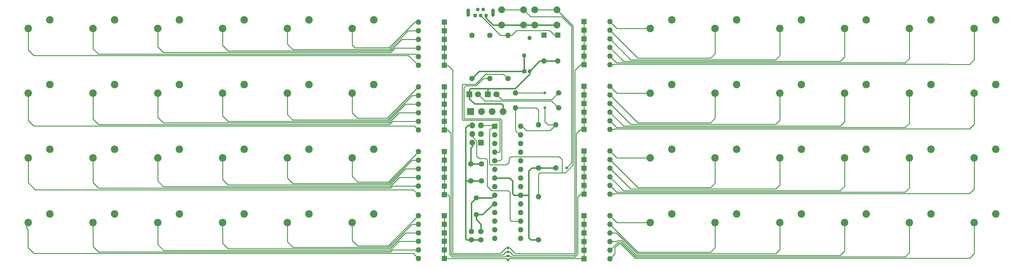
<source format=gtl>
G04 #@! TF.GenerationSoftware,KiCad,Pcbnew,(5.1.2)-1*
G04 #@! TF.CreationDate,2019-05-03T22:44:58-04:00*
G04 #@! TF.ProjectId,Ergonomic_Ortholinear_Keyboard,4572676f-6e6f-46d6-9963-5f4f7274686f,rev?*
G04 #@! TF.SameCoordinates,Original*
G04 #@! TF.FileFunction,Copper,L1,Top*
G04 #@! TF.FilePolarity,Positive*
%FSLAX46Y46*%
G04 Gerber Fmt 4.6, Leading zero omitted, Abs format (unit mm)*
G04 Created by KiCad (PCBNEW (5.1.2)-1) date 2019-05-03 22:44:58*
%MOMM*%
%LPD*%
G04 APERTURE LIST*
%ADD10R,1.600000X1.600000*%
%ADD11O,1.600000X1.600000*%
%ADD12O,1.727200X1.727200*%
%ADD13R,1.727200X1.727200*%
%ADD14C,1.998980*%
%ADD15R,1.998980X1.998980*%
%ADD16C,1.600000*%
%ADD17C,1.200000*%
%ADD18R,1.200000X1.200000*%
%ADD19C,1.270000*%
%ADD20O,1.100000X2.400000*%
%ADD21C,1.100000*%
%ADD22R,1.100000X1.100000*%
%ADD23C,1.800000*%
%ADD24R,1.800000X1.800000*%
%ADD25C,2.200000*%
%ADD26C,2.000000*%
%ADD27C,1.500000*%
%ADD28C,0.800000*%
%ADD29C,0.350000*%
%ADD30C,0.450000*%
%ADD31C,0.250000*%
G04 APERTURE END LIST*
D10*
X152940000Y-45581000D03*
D11*
X145320000Y-45581000D03*
X145320000Y-59551000D03*
D10*
X152940000Y-59551000D03*
D11*
X145320000Y-54471000D03*
D10*
X152940000Y-54471000D03*
D11*
X145320000Y-51931000D03*
D10*
X152940000Y-51931000D03*
D11*
X145320000Y-76061000D03*
D10*
X152940000Y-76061000D03*
D11*
X145320000Y-70981000D03*
D10*
X152940000Y-70981000D03*
D11*
X145320000Y-94897000D03*
D10*
X152940000Y-94897000D03*
D11*
X145320000Y-89817000D03*
D10*
X152940000Y-89817000D03*
X194006000Y-75880000D03*
D11*
X201626000Y-75880000D03*
D10*
X194006000Y-70800000D03*
D11*
X201626000Y-70800000D03*
D10*
X194006000Y-59370000D03*
D11*
X201626000Y-59370000D03*
X201626000Y-32700000D03*
D10*
X194006000Y-32700000D03*
D11*
X175410444Y-63459000D03*
X167790444Y-96479000D03*
X175410444Y-65999000D03*
X167790444Y-93939000D03*
X175410444Y-68539000D03*
X167790444Y-91399000D03*
X175410444Y-71079000D03*
X167790444Y-88859000D03*
X175410444Y-73619000D03*
X167790444Y-86319000D03*
X175410444Y-76159000D03*
X167790444Y-83779000D03*
X175410444Y-78699000D03*
X167790444Y-81239000D03*
X175410444Y-81239000D03*
X167790444Y-78699000D03*
X175410444Y-83779000D03*
X167790444Y-76159000D03*
X175410444Y-86319000D03*
X167790444Y-73619000D03*
X175410444Y-88859000D03*
X167790444Y-71079000D03*
X175410444Y-91399000D03*
X167790444Y-68539000D03*
X175410444Y-93939000D03*
X167790444Y-65999000D03*
X175410444Y-96479000D03*
D10*
X167790444Y-63459000D03*
D11*
X201626000Y-102550000D03*
D10*
X194006000Y-102550000D03*
X194006000Y-51750000D03*
D11*
X201626000Y-51750000D03*
X145320000Y-64631000D03*
D10*
X152940000Y-64631000D03*
D11*
X145320000Y-57011000D03*
D10*
X152940000Y-57011000D03*
D11*
X145320000Y-81141000D03*
D10*
X152940000Y-81141000D03*
D11*
X145320000Y-73521000D03*
D10*
X152940000Y-73521000D03*
D11*
X145320000Y-43041000D03*
D10*
X152940000Y-43041000D03*
D11*
X145320000Y-40501000D03*
D10*
X152940000Y-40501000D03*
D11*
X145320000Y-37961000D03*
D10*
X152940000Y-37961000D03*
D11*
X145320000Y-35421000D03*
D10*
X152940000Y-35421000D03*
D11*
X145320000Y-32881000D03*
D10*
X152940000Y-32881000D03*
D11*
X201626000Y-35240000D03*
D10*
X194006000Y-35240000D03*
X194006000Y-37780000D03*
D11*
X201626000Y-37780000D03*
D10*
X194006000Y-40320000D03*
D11*
X201626000Y-40320000D03*
D10*
X194006000Y-42860000D03*
D11*
X201626000Y-42860000D03*
X201626000Y-45400000D03*
D10*
X194006000Y-45400000D03*
D11*
X145320000Y-62091000D03*
D10*
X152940000Y-62091000D03*
X194006000Y-54290000D03*
D11*
X201626000Y-54290000D03*
D10*
X194006000Y-56830000D03*
D11*
X201626000Y-56830000D03*
D10*
X194006000Y-61910000D03*
D11*
X201626000Y-61910000D03*
D10*
X194006000Y-64450000D03*
D11*
X201626000Y-64450000D03*
X145320000Y-83681000D03*
D10*
X152940000Y-83681000D03*
D11*
X145320000Y-78601000D03*
D10*
X152940000Y-78601000D03*
X194006000Y-73340000D03*
D11*
X201626000Y-73340000D03*
D10*
X194006000Y-78420000D03*
D11*
X201626000Y-78420000D03*
D10*
X194006000Y-80960000D03*
D11*
X201626000Y-80960000D03*
D10*
X194006000Y-83500000D03*
D11*
X201626000Y-83500000D03*
X145320000Y-102477000D03*
D10*
X152940000Y-102477000D03*
D11*
X145320000Y-99937000D03*
D10*
X152940000Y-99937000D03*
D11*
X145320000Y-97397000D03*
D10*
X152940000Y-97397000D03*
D11*
X145320000Y-92357000D03*
D10*
X152940000Y-92357000D03*
X194006000Y-89850000D03*
D11*
X201626000Y-89850000D03*
D10*
X194006000Y-92390000D03*
D11*
X201626000Y-92390000D03*
D10*
X194006000Y-94930000D03*
D11*
X201626000Y-94930000D03*
X201626000Y-97470000D03*
D10*
X194006000Y-97470000D03*
X194006000Y-100010000D03*
D11*
X201626000Y-100010000D03*
X186312000Y-44275000D03*
D10*
X186312000Y-36655000D03*
D11*
X182217000Y-44275000D03*
D10*
X182217000Y-36655000D03*
D12*
X161130000Y-63200000D03*
X163670000Y-63200000D03*
X161130000Y-65740000D03*
X163670000Y-65740000D03*
X161130000Y-68280000D03*
D13*
X163670000Y-68280000D03*
D14*
X170212000Y-59130000D03*
X167037000Y-59130000D03*
X163862000Y-59130000D03*
D15*
X160687000Y-59130000D03*
D16*
X163712000Y-94435000D03*
X163712000Y-96935000D03*
X160890000Y-94435000D03*
X160890000Y-96935000D03*
D17*
X177999401Y-47280000D03*
D18*
X176499401Y-47280000D03*
D16*
X163847000Y-79585000D03*
X163847000Y-74585000D03*
X160737000Y-79585000D03*
X160737000Y-74585000D03*
D19*
X176422000Y-42630000D03*
X178022000Y-37530000D03*
D20*
X167237000Y-30005000D03*
X159937000Y-30005000D03*
D21*
X165187000Y-30880000D03*
X164387000Y-29130000D03*
X163587000Y-30880000D03*
X162787000Y-29130000D03*
D22*
X161987000Y-30880000D03*
D23*
X162877000Y-54055000D03*
D24*
X160337000Y-54055000D03*
D23*
X168237000Y-54055000D03*
D24*
X165697000Y-54055000D03*
D11*
X161037000Y-36750000D03*
D16*
X161037000Y-49450000D03*
D11*
X171627000Y-36750000D03*
D16*
X171627000Y-49450000D03*
D11*
X166332000Y-49450000D03*
D16*
X166332000Y-36750000D03*
D11*
X180660000Y-63040000D03*
D16*
X180660000Y-75740000D03*
D11*
X185712000Y-63040000D03*
D16*
X185712000Y-75740000D03*
D11*
X180660000Y-84259000D03*
D16*
X180660000Y-96959000D03*
D11*
X173812000Y-58075834D03*
D16*
X186512000Y-58075834D03*
D11*
X173812000Y-53655000D03*
D16*
X186512000Y-53655000D03*
D25*
X36919000Y-32180000D03*
X30569000Y-34720000D03*
X55969000Y-32180000D03*
X49619000Y-34720000D03*
X75019000Y-32180000D03*
X68669000Y-34720000D03*
X94069000Y-32180000D03*
X87719000Y-34720000D03*
X113119000Y-32180000D03*
X106769000Y-34720000D03*
X132169000Y-32180000D03*
X125819000Y-34720000D03*
X213514000Y-34720000D03*
X219864000Y-32180000D03*
X232564000Y-34720000D03*
X238914000Y-32180000D03*
X251614000Y-34720000D03*
X257964000Y-32180000D03*
X270664000Y-34720000D03*
X277014000Y-32180000D03*
X289714000Y-34720000D03*
X296064000Y-32180000D03*
X308764000Y-34720000D03*
X315114000Y-32180000D03*
X36919000Y-51230000D03*
X30569000Y-53770000D03*
X55969000Y-51230000D03*
X49619000Y-53770000D03*
X75019000Y-51230000D03*
X68669000Y-53770000D03*
X94069000Y-51230000D03*
X87719000Y-53770000D03*
X113119000Y-51230000D03*
X106769000Y-53770000D03*
X132169000Y-51230000D03*
X125819000Y-53770000D03*
X213514000Y-53770000D03*
X219864000Y-51230000D03*
X232564000Y-53770000D03*
X238914000Y-51230000D03*
X251614000Y-53770000D03*
X257964000Y-51230000D03*
X270664000Y-53770000D03*
X277014000Y-51230000D03*
X289714000Y-53770000D03*
X296064000Y-51230000D03*
X308764000Y-53770000D03*
X315114000Y-51230000D03*
X36919000Y-70280000D03*
X30569000Y-72820000D03*
X55969000Y-70280000D03*
X49619000Y-72820000D03*
X75019000Y-70280000D03*
X68669000Y-72820000D03*
X94069000Y-70280000D03*
X87719000Y-72820000D03*
X113119000Y-70280000D03*
X106769000Y-72820000D03*
X132169000Y-70280000D03*
X125819000Y-72820000D03*
X213514000Y-72820000D03*
X219864000Y-70280000D03*
X232564000Y-72820000D03*
X238914000Y-70280000D03*
X251614000Y-72820000D03*
X257964000Y-70280000D03*
X270664000Y-72820000D03*
X277014000Y-70280000D03*
X289714000Y-72820000D03*
X296064000Y-70280000D03*
X308764000Y-72820000D03*
X315114000Y-70280000D03*
X36919000Y-89330000D03*
X30569000Y-91870000D03*
X55969000Y-89330000D03*
X49619000Y-91870000D03*
X75019000Y-89330000D03*
X68669000Y-91870000D03*
X94069000Y-89330000D03*
X87719000Y-91870000D03*
X113119000Y-89330000D03*
X106769000Y-91870000D03*
X132169000Y-89330000D03*
X125819000Y-91870000D03*
X213514000Y-91870000D03*
X219864000Y-89330000D03*
X232564000Y-91870000D03*
X238914000Y-89330000D03*
X251614000Y-91870000D03*
X257964000Y-89330000D03*
X270664000Y-91870000D03*
X277014000Y-89330000D03*
X289714000Y-91870000D03*
X296064000Y-89330000D03*
X308764000Y-91870000D03*
X315114000Y-89330000D03*
D26*
X186062000Y-29180000D03*
X186062000Y-33680000D03*
X179562000Y-29180000D03*
X179562000Y-33680000D03*
X176262000Y-29180000D03*
X176262000Y-33680000D03*
X169762000Y-29180000D03*
X169762000Y-33680000D03*
D27*
X162297000Y-84600000D03*
X162297000Y-89480000D03*
D28*
X171610000Y-99320000D03*
X171610000Y-100490000D03*
X171610000Y-101660000D03*
X171610000Y-102830000D03*
X182515000Y-53705000D03*
X182515000Y-58080000D03*
X188890000Y-75730000D03*
D29*
X167389000Y-81239000D02*
X167790444Y-81239000D01*
D30*
X167390444Y-81239000D02*
X167790444Y-81239000D01*
X171176213Y-33680000D02*
X176262000Y-33680000D01*
X169762000Y-33680000D02*
X171176213Y-33680000D01*
X176262000Y-33680000D02*
X179562000Y-33680000D01*
X180976213Y-33680000D02*
X186062000Y-33680000D01*
X179562000Y-33680000D02*
X180976213Y-33680000D01*
X186312000Y-44275000D02*
X182217000Y-44275000D01*
X181004401Y-44275000D02*
X182217000Y-44275000D01*
X177999401Y-47280000D02*
X181004401Y-44275000D01*
X168347787Y-33680000D02*
X169762000Y-33680000D01*
X167209183Y-33680000D02*
X168347787Y-33680000D01*
X165187000Y-31657817D02*
X167209183Y-33680000D01*
X165187000Y-30880000D02*
X165187000Y-31657817D01*
X170212000Y-57302000D02*
X170212000Y-59130000D01*
X169810000Y-56900000D02*
X170212000Y-57302000D01*
X161832000Y-56900000D02*
X169810000Y-56900000D01*
X160337000Y-54055000D02*
X160337000Y-55405000D01*
X160337000Y-55405000D02*
X161832000Y-56900000D01*
X159908686Y-63200000D02*
X159165000Y-63943686D01*
X161130000Y-63200000D02*
X159908686Y-63200000D01*
X159165000Y-63943686D02*
X159165000Y-78013000D01*
X160890000Y-96935000D02*
X163712000Y-96935000D01*
X159495000Y-96935000D02*
X160890000Y-96935000D01*
X159165000Y-96605000D02*
X159495000Y-96935000D01*
X159600630Y-79580000D02*
X159165000Y-79580000D01*
X159605630Y-79585000D02*
X159600630Y-79580000D01*
X160737000Y-79585000D02*
X159605630Y-79585000D01*
X159165000Y-78013000D02*
X159165000Y-79580000D01*
X159165000Y-79580000D02*
X159165000Y-96605000D01*
X160737000Y-79585000D02*
X163847000Y-79585000D01*
X160337000Y-52705000D02*
X160337000Y-54055000D01*
X160662001Y-52379999D02*
X160337000Y-52705000D01*
X177999401Y-47280000D02*
X177999401Y-48128528D01*
X177999401Y-48128528D02*
X173747930Y-52379999D01*
X173747930Y-52379999D02*
X165700001Y-52379999D01*
X165700001Y-52379999D02*
X160662001Y-52379999D01*
X165697000Y-52383000D02*
X165697000Y-54055000D01*
X165700001Y-52379999D02*
X165697000Y-52383000D01*
X167390444Y-86319000D02*
X167790444Y-86319000D01*
X164229444Y-89480000D02*
X167390444Y-86319000D01*
X162297000Y-89480000D02*
X164229444Y-89480000D01*
X163712000Y-92377000D02*
X163712000Y-94435000D01*
X162297000Y-89480000D02*
X162297000Y-90962000D01*
X162297000Y-90962000D02*
X163712000Y-92377000D01*
X166969444Y-84600000D02*
X167790444Y-83779000D01*
X162297000Y-84600000D02*
X166969444Y-84600000D01*
X160890000Y-86007000D02*
X160890000Y-94435000D01*
X162297000Y-84600000D02*
X160890000Y-86007000D01*
X167790444Y-78528444D02*
X167790444Y-78699000D01*
X160737000Y-74585000D02*
X163847000Y-74585000D01*
X161130000Y-74192000D02*
X160737000Y-74585000D01*
X176422000Y-47202599D02*
X176499401Y-47280000D01*
X176422000Y-42630000D02*
X176422000Y-47202599D01*
X163207000Y-47280000D02*
X161037000Y-49450000D01*
X176499401Y-47280000D02*
X163207000Y-47280000D01*
X181791370Y-75740000D02*
X185712000Y-75740000D01*
X180660000Y-75740000D02*
X181791370Y-75740000D01*
X180660000Y-75740000D02*
X178720000Y-75740000D01*
X178720000Y-75740000D02*
X177760000Y-76700000D01*
X177760000Y-83079444D02*
X177760000Y-82230000D01*
X177760000Y-76700000D02*
X177760000Y-82230000D01*
X161130000Y-69501314D02*
X160715000Y-69916314D01*
X161130000Y-68280000D02*
X161130000Y-69501314D01*
X160737000Y-69938314D02*
X160737000Y-74585000D01*
X160715000Y-69916314D02*
X160737000Y-69938314D01*
X169440444Y-78699000D02*
X169446444Y-78705000D01*
X167790444Y-78699000D02*
X169440444Y-78699000D01*
X169446444Y-78705000D02*
X172090000Y-78705000D01*
X172090000Y-78705000D02*
X172990000Y-79605000D01*
X172990000Y-79605000D02*
X172990000Y-83280000D01*
X173489000Y-83779000D02*
X175410444Y-83779000D01*
X172990000Y-83280000D02*
X173489000Y-83779000D01*
X177066444Y-83785000D02*
X177760000Y-83785000D01*
X177060444Y-83779000D02*
X177066444Y-83785000D01*
X175410444Y-83779000D02*
X177060444Y-83779000D01*
X177760000Y-82230000D02*
X177760000Y-83785000D01*
X178339000Y-96959000D02*
X180660000Y-96959000D01*
X177760000Y-83785000D02*
X177760000Y-96380000D01*
X177760000Y-96380000D02*
X178339000Y-96959000D01*
D31*
X142389050Y-42650050D02*
X32190050Y-42650050D01*
X145320000Y-45581000D02*
X142389050Y-42650050D01*
X30569000Y-41029000D02*
X30569000Y-34720000D01*
X32190050Y-42650050D02*
X30569000Y-41029000D01*
X194040000Y-32671000D02*
X194040000Y-33721000D01*
X194040000Y-33721000D02*
X194040000Y-35211000D01*
X194040000Y-38801000D02*
X194040000Y-40291000D01*
X194040000Y-40291000D02*
X194040000Y-41341000D01*
X194040000Y-41341000D02*
X194040000Y-42831000D01*
X194040000Y-37751000D02*
X194040000Y-38801000D01*
X194040000Y-36261000D02*
X194040000Y-37751000D01*
X194040000Y-35211000D02*
X194040000Y-36261000D01*
X194040000Y-43881000D02*
X194040000Y-45371000D01*
X194040000Y-42831000D02*
X194040000Y-43881000D01*
X152940000Y-33931000D02*
X152940000Y-35421000D01*
X152940000Y-32881000D02*
X152940000Y-33931000D01*
X152940000Y-36471000D02*
X152940000Y-37961000D01*
X152940000Y-35421000D02*
X152940000Y-36471000D01*
X152940000Y-39011000D02*
X152940000Y-40501000D01*
X152940000Y-37961000D02*
X152940000Y-39011000D01*
X152940000Y-41551000D02*
X152940000Y-43041000D01*
X152940000Y-40501000D02*
X152940000Y-41551000D01*
X152940000Y-44091000D02*
X152940000Y-45581000D01*
X152940000Y-43041000D02*
X152940000Y-44091000D01*
X171044315Y-99320000D02*
X169374325Y-100989990D01*
X169374325Y-100989990D02*
X155609990Y-100989990D01*
X155609990Y-100989990D02*
X155370020Y-100750020D01*
X171610000Y-99320000D02*
X171044315Y-99320000D01*
X155370020Y-100750020D02*
X155370020Y-46961020D01*
X153990000Y-45581000D02*
X152940000Y-45581000D01*
X155370020Y-46961020D02*
X153990000Y-45581000D01*
X171610000Y-99320000D02*
X172175685Y-99320000D01*
X173885675Y-101029990D02*
X191023600Y-101029990D01*
X191023600Y-101029990D02*
X191269980Y-100783610D01*
X172175685Y-99320000D02*
X173885675Y-101029990D01*
X191269980Y-49186020D02*
X191270000Y-49186000D01*
X191269980Y-47086020D02*
X191269980Y-49890020D01*
X192956000Y-45400000D02*
X191269980Y-47086020D01*
X194006000Y-45400000D02*
X192956000Y-45400000D01*
X191269980Y-100783610D02*
X191269980Y-49890020D01*
X191269980Y-49890020D02*
X191269980Y-49186020D01*
X144479040Y-42200040D02*
X51190040Y-42200040D01*
X145320000Y-43041000D02*
X144479040Y-42200040D01*
X49619000Y-40629000D02*
X49619000Y-34720000D01*
X51190040Y-42200040D02*
X49619000Y-40629000D01*
X145320000Y-40501000D02*
X138477860Y-40501000D01*
X137228830Y-41750030D02*
X70279970Y-41750030D01*
X138477860Y-40501000D02*
X137228830Y-41750030D01*
X68669000Y-40139060D02*
X68669000Y-34720000D01*
X70279970Y-41750030D02*
X68669000Y-40139060D01*
X145320000Y-37961000D02*
X140381450Y-37961000D01*
X137042430Y-41300020D02*
X89330020Y-41300020D01*
X140381450Y-37961000D02*
X137042430Y-41300020D01*
X87719000Y-39689000D02*
X87719000Y-34720000D01*
X89330020Y-41300020D02*
X87719000Y-39689000D01*
X145320000Y-35421000D02*
X142285040Y-35421000D01*
X136856030Y-40850010D02*
X108310010Y-40850010D01*
X142285040Y-35421000D02*
X136856030Y-40850010D01*
X106769000Y-39309000D02*
X106769000Y-34720000D01*
X108310010Y-40850010D02*
X106769000Y-39309000D01*
X125819000Y-36275634D02*
X125819000Y-34720000D01*
X125819000Y-39629000D02*
X125819000Y-36275634D01*
X126590000Y-40400000D02*
X125819000Y-39629000D01*
X136669630Y-40400000D02*
X126590000Y-40400000D01*
X144188630Y-32881000D02*
X136669630Y-40400000D01*
X145320000Y-32881000D02*
X144188630Y-32881000D01*
X201620000Y-32710000D02*
X203640000Y-34730000D01*
X203640000Y-34730000D02*
X213508000Y-34730000D01*
X209809960Y-43439960D02*
X231224040Y-43439960D01*
X201620000Y-35250000D02*
X209809960Y-43439960D01*
X232558000Y-42106000D02*
X232558000Y-34730000D01*
X231224040Y-43439960D02*
X232558000Y-42106000D01*
X251608000Y-42686000D02*
X251608000Y-34730000D01*
X250404030Y-43889970D02*
X251608000Y-42686000D01*
X201620000Y-37790000D02*
X207719970Y-43889970D01*
X207719970Y-43889970D02*
X250404030Y-43889970D01*
X270658000Y-43056000D02*
X270658000Y-34730000D01*
X201620000Y-40330000D02*
X205629980Y-44339980D01*
X205629980Y-44339980D02*
X269374020Y-44339980D01*
X269374020Y-44339980D02*
X270658000Y-43056000D01*
X289708000Y-43535980D02*
X289708000Y-34730000D01*
X203539990Y-44789990D02*
X288453990Y-44789990D01*
X288453990Y-44789990D02*
X289708000Y-43535980D01*
X201620000Y-42870000D02*
X203539990Y-44789990D01*
X308758000Y-43856000D02*
X308758000Y-34730000D01*
X201626000Y-45400000D02*
X202757370Y-45400000D01*
X202757370Y-45400000D02*
X202917370Y-45240000D01*
X202917370Y-45240000D02*
X301257002Y-45240000D01*
X301257002Y-45240000D02*
X301267002Y-45250000D01*
X301267002Y-45250000D02*
X307364000Y-45250000D01*
X307364000Y-45250000D02*
X308758000Y-43856000D01*
X194040000Y-51671000D02*
X194040000Y-52721000D01*
X194040000Y-52721000D02*
X194040000Y-54211000D01*
X194040000Y-57801000D02*
X194040000Y-59291000D01*
X194040000Y-59291000D02*
X194040000Y-60341000D01*
X194040000Y-60341000D02*
X194040000Y-61831000D01*
X194040000Y-56751000D02*
X194040000Y-57801000D01*
X194040000Y-55261000D02*
X194040000Y-56751000D01*
X194040000Y-54211000D02*
X194040000Y-55261000D01*
X194040000Y-62881000D02*
X194040000Y-64371000D01*
X194040000Y-61831000D02*
X194040000Y-62881000D01*
X152940000Y-51941000D02*
X152940000Y-52991000D01*
X152940000Y-52991000D02*
X152940000Y-54481000D01*
X152940000Y-58071000D02*
X152940000Y-59561000D01*
X152940000Y-59561000D02*
X152940000Y-60611000D01*
X152940000Y-60611000D02*
X152940000Y-62101000D01*
X152940000Y-57021000D02*
X152940000Y-58071000D01*
X152940000Y-55531000D02*
X152940000Y-57021000D01*
X152940000Y-54481000D02*
X152940000Y-55531000D01*
X152940000Y-63151000D02*
X152940000Y-64641000D01*
X152940000Y-62101000D02*
X152940000Y-63151000D01*
X154920010Y-100953600D02*
X155406410Y-101440000D01*
X154920010Y-65561010D02*
X154920010Y-100953600D01*
X152940000Y-64631000D02*
X153990000Y-64631000D01*
X153990000Y-64631000D02*
X154920010Y-65561010D01*
X170094315Y-101440000D02*
X155406410Y-101440000D01*
X171044315Y-100490000D02*
X170094315Y-101440000D01*
X171610000Y-100490000D02*
X171044315Y-100490000D01*
X192956000Y-64450000D02*
X194006000Y-64450000D01*
X171610000Y-100490000D02*
X172175685Y-100490000D01*
X172175685Y-100490000D02*
X173165685Y-101480000D01*
X173165685Y-101480000D02*
X191210000Y-101480000D01*
X191210000Y-101480000D02*
X191719990Y-100970010D01*
X191719990Y-100970010D02*
X191719990Y-65686010D01*
X191719990Y-65686010D02*
X192956000Y-64450000D01*
X144129010Y-63440010D02*
X32180010Y-63440010D01*
X145320000Y-64631000D02*
X144129010Y-63440010D01*
X30569000Y-61829000D02*
X30569000Y-53770000D01*
X32180010Y-63440010D02*
X30569000Y-61829000D01*
X137705640Y-62091000D02*
X136806640Y-62990000D01*
X145320000Y-62091000D02*
X137705640Y-62091000D01*
X136806640Y-62990000D02*
X51250000Y-62990000D01*
X49619000Y-61359000D02*
X49619000Y-53770000D01*
X51250000Y-62990000D02*
X49619000Y-61359000D01*
X145320000Y-59551000D02*
X139609230Y-59551000D01*
X136650200Y-62510030D02*
X70289970Y-62510030D01*
X139609230Y-59551000D02*
X136650200Y-62510030D01*
X68669000Y-60889060D02*
X68669000Y-53770000D01*
X70289970Y-62510030D02*
X68669000Y-60889060D01*
X145320000Y-57011000D02*
X141512820Y-57011000D01*
X136463800Y-62060020D02*
X89380020Y-62060020D01*
X141512820Y-57011000D02*
X136463800Y-62060020D01*
X87719000Y-60399000D02*
X87719000Y-53770000D01*
X89380020Y-62060020D02*
X87719000Y-60399000D01*
X145320000Y-54471000D02*
X143416410Y-54471000D01*
X136277400Y-61610010D02*
X108360010Y-61610010D01*
X143416410Y-54471000D02*
X136277400Y-61610010D01*
X106769000Y-60019000D02*
X106769000Y-53770000D01*
X108360010Y-61610010D02*
X106769000Y-60019000D01*
X145320000Y-51931000D02*
X136091000Y-61160000D01*
X136091000Y-61160000D02*
X127460000Y-61160000D01*
X125819000Y-59519000D02*
X125819000Y-53770000D01*
X127460000Y-61160000D02*
X125819000Y-59519000D01*
X203646000Y-53770000D02*
X213514000Y-53770000D01*
X201626000Y-51750000D02*
X203646000Y-53770000D01*
X201626000Y-54290000D02*
X209815960Y-62479960D01*
X209815960Y-62479960D02*
X231230040Y-62479960D01*
X232564000Y-61146000D02*
X232564000Y-53770000D01*
X231230040Y-62479960D02*
X232564000Y-61146000D01*
X207725970Y-62929970D02*
X250410030Y-62929970D01*
X201626000Y-56830000D02*
X207725970Y-62929970D01*
X251614000Y-61726000D02*
X251614000Y-53770000D01*
X250410030Y-62929970D02*
X251614000Y-61726000D01*
X270664000Y-62096000D02*
X270664000Y-53770000D01*
X269380020Y-63379980D02*
X270664000Y-62096000D01*
X201626000Y-59370000D02*
X205635980Y-63379980D01*
X205635980Y-63379980D02*
X269380020Y-63379980D01*
X201626000Y-61910000D02*
X203545990Y-63829990D01*
X203545990Y-63829990D02*
X288459990Y-63829990D01*
X289714000Y-62575980D02*
X289714000Y-53770000D01*
X288459990Y-63829990D02*
X289714000Y-62575980D01*
X202757370Y-64450000D02*
X202927370Y-64280000D01*
X201626000Y-64450000D02*
X202757370Y-64450000D01*
X301263002Y-64280000D02*
X301273002Y-64290000D01*
X202927370Y-64280000D02*
X301263002Y-64280000D01*
X301273002Y-64290000D02*
X307370000Y-64290000D01*
X308764000Y-62896000D02*
X308764000Y-53770000D01*
X307370000Y-64290000D02*
X308764000Y-62896000D01*
X194040000Y-70811000D02*
X194040000Y-71861000D01*
X194040000Y-71861000D02*
X194040000Y-73351000D01*
X194040000Y-76941000D02*
X194040000Y-78431000D01*
X194040000Y-78431000D02*
X194040000Y-79481000D01*
X194040000Y-79481000D02*
X194040000Y-80971000D01*
X194040000Y-75891000D02*
X194040000Y-76941000D01*
X194040000Y-74401000D02*
X194040000Y-75891000D01*
X194040000Y-73351000D02*
X194040000Y-74401000D01*
X194040000Y-82021000D02*
X194040000Y-83511000D01*
X194040000Y-80971000D02*
X194040000Y-82021000D01*
X152940000Y-71001000D02*
X152940000Y-72051000D01*
X152940000Y-72051000D02*
X152940000Y-73541000D01*
X152940000Y-77131000D02*
X152940000Y-78621000D01*
X152940000Y-78621000D02*
X152940000Y-79671000D01*
X152940000Y-79671000D02*
X152940000Y-81161000D01*
X152940000Y-76081000D02*
X152940000Y-77131000D01*
X152940000Y-74591000D02*
X152940000Y-76081000D01*
X152940000Y-73541000D02*
X152940000Y-74591000D01*
X152940000Y-82211000D02*
X152940000Y-83701000D01*
X152940000Y-81161000D02*
X152940000Y-82211000D01*
X175810444Y-93939000D02*
X175410444Y-93939000D01*
X153990000Y-83681000D02*
X154470000Y-84161000D01*
X152940000Y-83681000D02*
X153990000Y-83681000D01*
X154470000Y-84161000D02*
X154470000Y-101140000D01*
X154470000Y-101140000D02*
X155290000Y-101960000D01*
X170744315Y-101960000D02*
X155290000Y-101960000D01*
X171044315Y-101660000D02*
X170744315Y-101960000D01*
X171610000Y-101660000D02*
X171044315Y-101660000D01*
X171610000Y-101660000D02*
X172175685Y-101660000D01*
X172175685Y-101660000D02*
X172495676Y-101979991D01*
X192956000Y-83500000D02*
X192170000Y-84286000D01*
X194006000Y-83500000D02*
X192956000Y-83500000D01*
X192170000Y-84286000D02*
X192170000Y-101170000D01*
X191360009Y-101979991D02*
X172495676Y-101979991D01*
X192170000Y-101170000D02*
X191360009Y-101979991D01*
X143799010Y-82160010D02*
X32650010Y-82160010D01*
X145320000Y-83681000D02*
X143799010Y-82160010D01*
X30569000Y-80079000D02*
X30569000Y-72820000D01*
X32650010Y-82160010D02*
X30569000Y-80079000D01*
X49619000Y-80069000D02*
X49619000Y-72820000D01*
X51260000Y-81710000D02*
X49619000Y-80069000D01*
X137135640Y-81710000D02*
X51260000Y-81710000D01*
X145320000Y-81141000D02*
X137704640Y-81141000D01*
X137704640Y-81141000D02*
X137135640Y-81710000D01*
X145320000Y-78601000D02*
X139608230Y-78601000D01*
X136979200Y-81230030D02*
X70290030Y-81230030D01*
X139608230Y-78601000D02*
X136979200Y-81230030D01*
X68669000Y-79609000D02*
X68669000Y-72820000D01*
X70290030Y-81230030D02*
X68669000Y-79609000D01*
X145320000Y-76061000D02*
X141511820Y-76061000D01*
X136792800Y-80780020D02*
X89330020Y-80780020D01*
X141511820Y-76061000D02*
X136792800Y-80780020D01*
X87719000Y-79169000D02*
X87719000Y-72820000D01*
X89330020Y-80780020D02*
X87719000Y-79169000D01*
X145320000Y-73521000D02*
X143415410Y-73521000D01*
X136606400Y-80330010D02*
X108369990Y-80330010D01*
X143415410Y-73521000D02*
X136606400Y-80330010D01*
X106769000Y-78729020D02*
X106769000Y-72820000D01*
X108369990Y-80330010D02*
X106769000Y-78729020D01*
X125819000Y-78229000D02*
X125819000Y-72820000D01*
X127470000Y-79880000D02*
X125819000Y-78229000D01*
X136420000Y-79880000D02*
X127470000Y-79880000D01*
X144519001Y-71780999D02*
X136420000Y-79880000D01*
X145320000Y-70981000D02*
X144520001Y-71780999D01*
X144520001Y-71780999D02*
X144519001Y-71780999D01*
X201620000Y-70790000D02*
X203640000Y-72810000D01*
X203640000Y-72810000D02*
X213508000Y-72810000D01*
X209809960Y-81519960D02*
X231224040Y-81519960D01*
X201620000Y-73330000D02*
X209809960Y-81519960D01*
X232558000Y-80186000D02*
X232558000Y-72810000D01*
X231224040Y-81519960D02*
X232558000Y-80186000D01*
X251608000Y-80766000D02*
X251608000Y-72810000D01*
X250404030Y-81969970D02*
X251608000Y-80766000D01*
X201620000Y-75870000D02*
X207719970Y-81969970D01*
X207719970Y-81969970D02*
X250404030Y-81969970D01*
X270658000Y-81136000D02*
X270658000Y-72810000D01*
X201620000Y-78410000D02*
X205629980Y-82419980D01*
X205629980Y-82419980D02*
X269374020Y-82419980D01*
X269374020Y-82419980D02*
X270658000Y-81136000D01*
X289708000Y-81615980D02*
X289708000Y-72810000D01*
X203539990Y-82869990D02*
X288453990Y-82869990D01*
X288453990Y-82869990D02*
X289708000Y-81615980D01*
X201620000Y-80950000D02*
X203539990Y-82869990D01*
X308758000Y-81936000D02*
X308758000Y-72810000D01*
X301267002Y-83330000D02*
X307364000Y-83330000D01*
X301257002Y-83320000D02*
X301267002Y-83330000D01*
X202921370Y-83320000D02*
X301257002Y-83320000D01*
X307364000Y-83330000D02*
X308758000Y-81936000D01*
X202921370Y-83336000D02*
X202921370Y-83320000D01*
X202757370Y-83500000D02*
X202921370Y-83336000D01*
X201626000Y-83500000D02*
X202757370Y-83500000D01*
X194000000Y-89841000D02*
X194000000Y-90891000D01*
X194000000Y-90891000D02*
X194000000Y-92381000D01*
X194000000Y-95971000D02*
X194000000Y-97461000D01*
X194000000Y-97461000D02*
X194000000Y-98511000D01*
X194000000Y-98511000D02*
X194000000Y-100001000D01*
X194000000Y-94921000D02*
X194000000Y-95971000D01*
X194000000Y-93431000D02*
X194000000Y-94921000D01*
X194000000Y-92381000D02*
X194000000Y-93431000D01*
X194000000Y-101051000D02*
X194000000Y-102541000D01*
X194000000Y-100001000D02*
X194000000Y-101051000D01*
X152940000Y-89861000D02*
X152940000Y-90911000D01*
X152940000Y-90911000D02*
X152940000Y-92401000D01*
X152940000Y-95991000D02*
X152940000Y-97481000D01*
X152940000Y-97481000D02*
X152940000Y-98531000D01*
X152940000Y-98531000D02*
X152940000Y-100021000D01*
X152940000Y-94941000D02*
X152940000Y-95991000D01*
X152940000Y-93451000D02*
X152940000Y-94941000D01*
X152940000Y-92401000D02*
X152940000Y-93451000D01*
X152940000Y-101071000D02*
X152940000Y-102561000D01*
X152940000Y-100021000D02*
X152940000Y-101071000D01*
X175810444Y-91399000D02*
X175410444Y-91399000D01*
X171257000Y-102477000D02*
X171610000Y-102830000D01*
X152940000Y-102477000D02*
X171257000Y-102477000D01*
X172009999Y-102430001D02*
X193009999Y-102430001D01*
X171610000Y-102830000D02*
X172009999Y-102430001D01*
X193129998Y-102550000D02*
X194006000Y-102550000D01*
X193009999Y-102430001D02*
X193129998Y-102550000D01*
X172559000Y-91399000D02*
X175410444Y-91399000D01*
X172215000Y-91055000D02*
X172559000Y-91399000D01*
X172215000Y-82980000D02*
X172215000Y-91055000D01*
X166865000Y-82480000D02*
X171800251Y-82480000D01*
X161130000Y-66446870D02*
X162465000Y-67781870D01*
X162465000Y-67781870D02*
X162465000Y-72305000D01*
X165565000Y-73355000D02*
X165565000Y-81265251D01*
X162465000Y-72305000D02*
X163140000Y-72980000D01*
X163140000Y-72980000D02*
X165190000Y-72980000D01*
X161130000Y-65740000D02*
X161130000Y-66446870D01*
X165190000Y-72980000D02*
X165565000Y-73355000D01*
X165650251Y-81265251D02*
X166865000Y-82480000D01*
X165565000Y-81265251D02*
X165650251Y-81265251D01*
X171800251Y-82565251D02*
X172215000Y-82980000D01*
X171800251Y-82480000D02*
X171800251Y-82565251D01*
X143783050Y-100940050D02*
X32230050Y-100940050D01*
X145320000Y-102477000D02*
X143783050Y-100940050D01*
X30130000Y-92309000D02*
X30569000Y-91870000D01*
X30130000Y-93501998D02*
X30130000Y-92309000D01*
X30474001Y-93845999D02*
X30130000Y-93501998D01*
X32230050Y-100940050D02*
X30474001Y-99184001D01*
X30474001Y-99184001D02*
X30474001Y-93845999D01*
X137185600Y-100490040D02*
X51230040Y-100490040D01*
X145320000Y-99937000D02*
X137738640Y-99937000D01*
X137738640Y-99937000D02*
X137185600Y-100490040D01*
X49619000Y-98879000D02*
X49619000Y-91870000D01*
X51230040Y-100490040D02*
X49619000Y-98879000D01*
X145320000Y-97397000D02*
X139642230Y-97397000D01*
X136999200Y-100040030D02*
X70430030Y-100040030D01*
X139642230Y-97397000D02*
X136999200Y-100040030D01*
X68669000Y-98279000D02*
X68669000Y-91870000D01*
X70430030Y-100040030D02*
X68669000Y-98279000D01*
X145320000Y-94897000D02*
X141505820Y-94897000D01*
X136812800Y-99590020D02*
X89330020Y-99590020D01*
X141505820Y-94897000D02*
X136812800Y-99590020D01*
X87719000Y-97979000D02*
X87719000Y-91870000D01*
X89330020Y-99590020D02*
X87719000Y-97979000D01*
X145320000Y-92357000D02*
X143409410Y-92357000D01*
X136626400Y-99140010D02*
X108430010Y-99140010D01*
X143409410Y-92357000D02*
X136626400Y-99140010D01*
X106769000Y-97479000D02*
X106769000Y-91870000D01*
X108430010Y-99140010D02*
X106769000Y-97479000D01*
X144520001Y-90616999D02*
X144513001Y-90616999D01*
X145320000Y-89817000D02*
X144520001Y-90616999D01*
X144513001Y-90616999D02*
X136440000Y-98690000D01*
X136440000Y-98690000D02*
X127430000Y-98690000D01*
X125819000Y-97079000D02*
X125819000Y-91870000D01*
X127430000Y-98690000D02*
X125819000Y-97079000D01*
X201630000Y-89850000D02*
X203650000Y-91870000D01*
X203650000Y-91870000D02*
X213518000Y-91870000D01*
X209819960Y-100579960D02*
X231234040Y-100579960D01*
X201630000Y-92390000D02*
X209819960Y-100579960D01*
X232568000Y-99246000D02*
X232568000Y-91870000D01*
X231234040Y-100579960D02*
X232568000Y-99246000D01*
X251618000Y-99826000D02*
X251618000Y-91870000D01*
X250414030Y-101029970D02*
X251618000Y-99826000D01*
X250414030Y-101029970D02*
X209633559Y-101029969D01*
X203533590Y-94930000D02*
X201626000Y-94930000D01*
X209633559Y-101029969D02*
X203533590Y-94930000D01*
X270668000Y-100196000D02*
X270668000Y-91870000D01*
X269384020Y-101479980D02*
X270668000Y-100196000D01*
X269384018Y-101479978D02*
X269384020Y-101479980D01*
X209447160Y-101479978D02*
X269384018Y-101479978D01*
X205187172Y-97219990D02*
X203779600Y-97219990D01*
X209447160Y-101479978D02*
X205187172Y-97219990D01*
X203529590Y-97470000D02*
X201626000Y-97470000D01*
X203779600Y-97219990D02*
X203529590Y-97470000D01*
X289718000Y-100675980D02*
X289718000Y-91870000D01*
X288463990Y-101929990D02*
X289718000Y-100675980D01*
X201626000Y-100010000D02*
X203966000Y-97670000D01*
X203966000Y-97670000D02*
X205000771Y-97670000D01*
X205000771Y-97670000D02*
X205000771Y-97670771D01*
X288463988Y-101929988D02*
X288463990Y-101929990D01*
X209259988Y-101929988D02*
X288463988Y-101929988D01*
X205000771Y-97670771D02*
X209259988Y-101929988D01*
X308768000Y-100996000D02*
X308768000Y-91870000D01*
X301267002Y-102380000D02*
X301277002Y-102390000D01*
X301277002Y-102390000D02*
X307374000Y-102390000D01*
X307374000Y-102390000D02*
X308768000Y-100996000D01*
X201626000Y-102550000D02*
X203080000Y-101096000D01*
X203080000Y-99200000D02*
X204159990Y-98120010D01*
X203080000Y-101096000D02*
X203080000Y-99200000D01*
X204159990Y-98120010D02*
X204813600Y-98120010D01*
X204813600Y-98120010D02*
X209073590Y-102380000D01*
X307364000Y-102380000D02*
X307374000Y-102390000D01*
X209073590Y-102380000D02*
X307364000Y-102380000D01*
X170495630Y-36750000D02*
X171627000Y-36750000D01*
X169430641Y-36750000D02*
X170495630Y-36750000D01*
X164586990Y-31906349D02*
X169430641Y-36750000D01*
X164586990Y-31879990D02*
X164586990Y-31906349D01*
X163587000Y-30880000D02*
X164586990Y-31879990D01*
X185262000Y-36655000D02*
X186312000Y-36655000D01*
X183887000Y-35280000D02*
X185262000Y-36655000D01*
X174228370Y-35280000D02*
X183887000Y-35280000D01*
X171627000Y-36750000D02*
X172758370Y-36750000D01*
X172758370Y-36750000D02*
X174228370Y-35280000D01*
X163670000Y-68280000D02*
X162963130Y-68280000D01*
X180976213Y-29180000D02*
X186062000Y-29180000D01*
X179562000Y-29180000D02*
X180976213Y-29180000D01*
X167531444Y-63200000D02*
X167790444Y-63459000D01*
X163670000Y-63200000D02*
X167531444Y-63200000D01*
X186062000Y-29180000D02*
X190819970Y-33937970D01*
X190819969Y-74873033D02*
X188488002Y-77205000D01*
X190819970Y-33937970D02*
X190819969Y-74873033D01*
X187540000Y-77170000D02*
X187575000Y-77205000D01*
X187540000Y-73282980D02*
X187540000Y-77170000D01*
X186751010Y-72493990D02*
X187540000Y-73282980D01*
X172501010Y-72493990D02*
X186751010Y-72493990D01*
X171990000Y-73005000D02*
X172501010Y-72493990D01*
X171215000Y-74855000D02*
X171990000Y-74080000D01*
X188488002Y-77205000D02*
X187575000Y-77205000D01*
X171990000Y-74080000D02*
X171990000Y-73005000D01*
X166440000Y-74855000D02*
X171215000Y-74855000D01*
X167790444Y-63459000D02*
X167390444Y-63459000D01*
X167390444Y-63459000D02*
X166265434Y-64584010D01*
X166265434Y-64584010D02*
X166265434Y-74680434D01*
X166265434Y-74680434D02*
X166440000Y-74855000D01*
X186815000Y-77205000D02*
X187575000Y-77205000D01*
X181065000Y-77205000D02*
X186815000Y-77205000D01*
X180660000Y-84259000D02*
X180660000Y-77610000D01*
X180660000Y-77610000D02*
X181065000Y-77205000D01*
X173812000Y-53655000D02*
X182465000Y-53655000D01*
X182465000Y-53655000D02*
X182515000Y-53705000D01*
X183400000Y-63040000D02*
X185712000Y-63040000D01*
X182515000Y-58080000D02*
X182515000Y-62155000D01*
X182515000Y-62155000D02*
X183400000Y-63040000D01*
X175810444Y-63459000D02*
X175410444Y-63459000D01*
X177106444Y-64755000D02*
X175810444Y-63459000D01*
X183997000Y-64755000D02*
X177106444Y-64755000D01*
X185712000Y-63040000D02*
X183997000Y-64755000D01*
X180241000Y-63459000D02*
X180660000Y-63040000D01*
X174943370Y-58075834D02*
X174947536Y-58080000D01*
X173812000Y-58075834D02*
X174943370Y-58075834D01*
X174947536Y-58080000D02*
X179990000Y-58080000D01*
X180660000Y-58750000D02*
X180660000Y-63040000D01*
X179990000Y-58080000D02*
X180660000Y-58750000D01*
X175010444Y-65999000D02*
X175410444Y-65999000D01*
X173812000Y-64800556D02*
X175010444Y-65999000D01*
X173812000Y-58075834D02*
X173812000Y-64800556D01*
X185712001Y-57275835D02*
X186512000Y-58075834D01*
X184496176Y-56060010D02*
X185712001Y-57275835D01*
X164882010Y-56060010D02*
X184496176Y-56060010D01*
X162877000Y-54055000D02*
X164882010Y-56060010D01*
X169136999Y-54954999D02*
X169136999Y-54976999D01*
X168237000Y-54055000D02*
X169136999Y-54954999D01*
X169136999Y-54976999D02*
X169770000Y-55610000D01*
X184557000Y-55610000D02*
X186512000Y-53655000D01*
X169770000Y-55610000D02*
X184557000Y-55610000D01*
X170317000Y-48140000D02*
X171627000Y-49450000D01*
X165020000Y-48140000D02*
X170317000Y-48140000D01*
X162060000Y-51100000D02*
X165020000Y-48140000D01*
X158230000Y-51100000D02*
X162060000Y-51100000D01*
X158230000Y-61480000D02*
X158230000Y-51100000D01*
X169240444Y-71079000D02*
X169315445Y-71003999D01*
X167790444Y-71079000D02*
X169240444Y-71079000D01*
X169315445Y-71003999D02*
X169315445Y-61875445D01*
X169315445Y-61875445D02*
X169170000Y-61730000D01*
X169170000Y-61730000D02*
X158480000Y-61730000D01*
X158480000Y-61730000D02*
X158230000Y-61480000D01*
X162246401Y-51550009D02*
X164346410Y-49450000D01*
X164346410Y-49450000D02*
X166332000Y-49450000D01*
X159239990Y-51550010D02*
X162246401Y-51550009D01*
X158680010Y-52109990D02*
X159239990Y-51550010D01*
X169240444Y-73619000D02*
X169765455Y-73093989D01*
X167790444Y-73619000D02*
X169240444Y-73619000D01*
X169765455Y-73093989D02*
X169765454Y-61689044D01*
X158680010Y-61260010D02*
X158680010Y-52109990D01*
X169765454Y-61689044D02*
X169356400Y-61279990D01*
X169356400Y-61279990D02*
X158699990Y-61279990D01*
X158699990Y-61279990D02*
X158680010Y-61260010D01*
X174847787Y-29180000D02*
X169762000Y-29180000D01*
X176262000Y-29180000D02*
X174847787Y-29180000D01*
X176262000Y-29180000D02*
X178319205Y-31237205D01*
X178319205Y-31237205D02*
X187482795Y-31237205D01*
X187482795Y-31237205D02*
X190369960Y-34124370D01*
X190369960Y-34124370D02*
X190369960Y-71030000D01*
X190369960Y-71030000D02*
X190369960Y-74250040D01*
X190369960Y-74250040D02*
X188890000Y-75730000D01*
M02*

</source>
